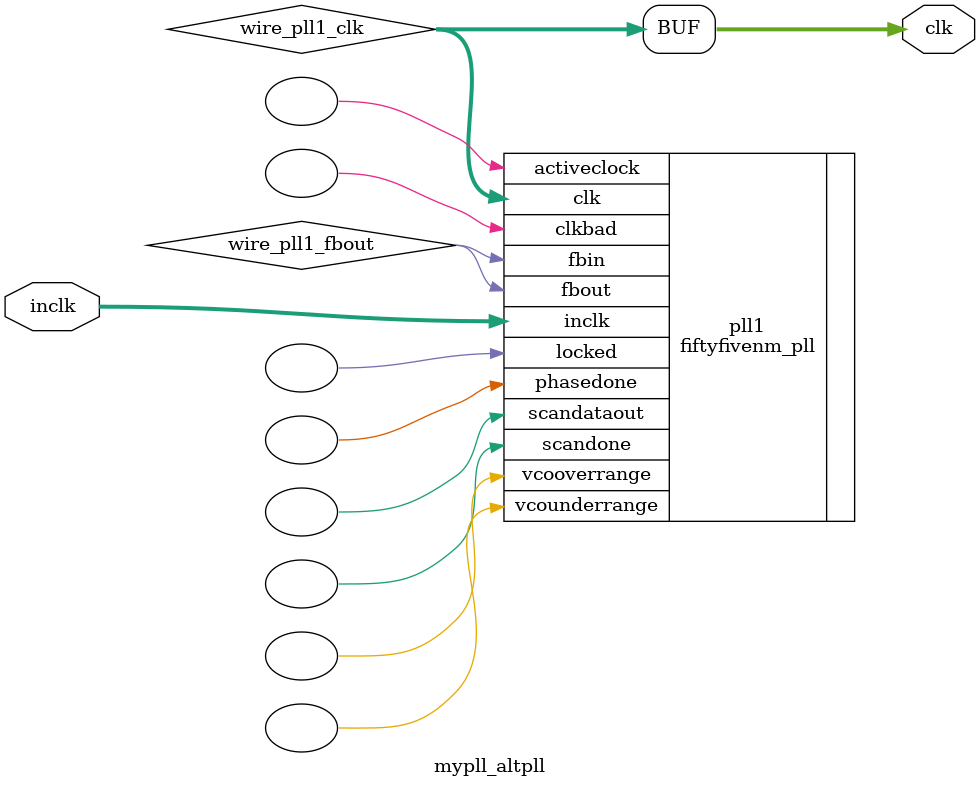
<source format=v>






//synthesis_resources = fiftyfivenm_pll 1 
//synopsys translate_off
`timescale 1 ps / 1 ps
//synopsys translate_on
module  mypll_altpll
	( 
	clk,
	inclk) /* synthesis synthesis_clearbox=1 */;
	output   [4:0]  clk;
	input   [1:0]  inclk;
`ifndef ALTERA_RESERVED_QIS
// synopsys translate_off
`endif
	tri0   [1:0]  inclk;
`ifndef ALTERA_RESERVED_QIS
// synopsys translate_on
`endif

	wire  [4:0]   wire_pll1_clk;
	wire  wire_pll1_fbout;

	fiftyfivenm_pll   pll1
	( 
	.activeclock(),
	.clk(wire_pll1_clk),
	.clkbad(),
	.fbin(wire_pll1_fbout),
	.fbout(wire_pll1_fbout),
	.inclk(inclk),
	.locked(),
	.phasedone(),
	.scandataout(),
	.scandone(),
	.vcooverrange(),
	.vcounderrange()
	`ifndef FORMAL_VERIFICATION
	// synopsys translate_off
	`endif
	,
	.areset(1'b0),
	.clkswitch(1'b0),
	.configupdate(1'b0),
	.pfdena(1'b1),
	.phasecounterselect({3{1'b0}}),
	.phasestep(1'b0),
	.phaseupdown(1'b0),
	.scanclk(1'b0),
	.scanclkena(1'b1),
	.scandata(1'b0)
	`ifndef FORMAL_VERIFICATION
	// synopsys translate_on
	`endif
	);
	defparam
		pll1.bandwidth_type = "auto",
		pll1.clk0_divide_by = 50000000,
		pll1.clk0_duty_cycle = 50,
		pll1.clk0_multiply_by = 819,
		pll1.clk0_phase_shift = "0",
		pll1.compensate_clock = "clk0",
		pll1.inclk0_input_frequency = 10000,
		pll1.operation_mode = "normal",
		pll1.pll_type = "auto",
		pll1.lpm_type = "fiftyfivenm_pll";
	assign
		clk = {wire_pll1_clk[4:0]};
endmodule //mypll_altpll
//VALID FILE

</source>
